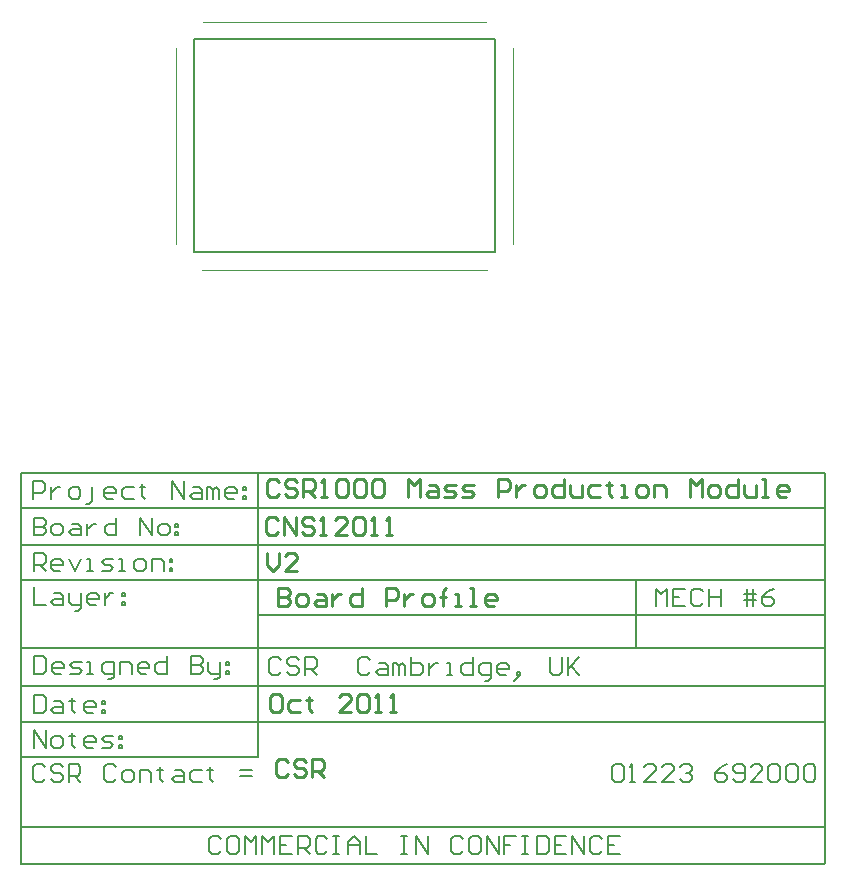
<source format=gm1>
%FSAX44Y44*%
%MOMM*%
G71*
G01*
G75*
G04 Layer_Color=16711935*
%ADD10R,0.6000X1.9000*%
%ADD11R,0.3500X0.5000*%
%ADD12R,0.5000X0.3500*%
%ADD13R,3.2000X3.2000*%
%ADD14R,1.4000X1.1000*%
%ADD15R,0.6000X1.2000*%
%ADD16R,1.3000X2.1000*%
%ADD17R,1.0000X1.2000*%
%ADD18R,0.5000X0.5000*%
%ADD19C,1.0000*%
%ADD20R,0.5000X0.5000*%
%ADD21C,0.2600*%
%ADD22C,0.2000*%
%ADD23C,0.1500*%
%ADD24C,0.4500*%
%ADD25C,0.3500*%
%ADD26C,0.1250*%
%ADD27C,0.4000*%
%ADD28C,0.2540*%
%ADD29C,0.3000*%
%ADD30C,0.5000*%
%ADD31C,0.0000*%
%ADD32C,0.1000*%
%ADD33R,1.0000X1.0000*%
%ADD34C,0.3000*%
%ADD35R,1.0000X1.0000*%
%ADD36C,3.0000*%
%ADD37C,0.6000*%
%ADD38C,0.0142*%
%ADD39C,0.0203*%
%ADD40C,0.0081*%
%ADD41R,8.0500X2.8750*%
%ADD42R,7.5500X1.0250*%
%ADD43R,0.7500X2.0500*%
%ADD44R,0.5100X0.6600*%
%ADD45R,0.6600X0.5100*%
%ADD46R,3.3600X3.3600*%
%ADD47R,1.5500X1.2500*%
%ADD48R,0.7600X1.3600*%
%ADD49R,1.4500X2.2500*%
%ADD50R,1.1500X1.3500*%
%ADD51R,0.6500X0.6500*%
%ADD52C,2.0000*%
%ADD53R,0.6500X0.6500*%
%ADD54R,1.1600X1.1600*%
%ADD55C,0.4500*%
%ADD56R,1.1600X1.1600*%
%ADD57C,3.1600*%
%ADD58C,0.7600*%
%ADD59C,1.1600*%
%ADD60R,8.0750X6.6000*%
%ADD61C,1.1500*%
D22*
X00967940Y00282760D02*
Y00432640D01*
X00287837Y00282569D02*
X00967836D01*
X00807837Y00465498D02*
Y00522569D01*
X00487940Y00493569D02*
X00761837D01*
X00487940Y00405173D02*
Y00432640D01*
X00287940Y00416569D02*
Y00432640D01*
X00757836Y00493569D02*
X00967940D01*
X00287837Y00372569D02*
X00487836D01*
X00287940Y00282760D02*
Y00416569D01*
Y00613760D02*
X00967940Y00613640D01*
X00287940Y00552640D02*
X00477940Y00552640D01*
X00287940Y00522640D02*
X00477940D01*
X00287940Y00432640D02*
X00477940D01*
X00287940Y00402640D02*
X00477940D01*
X00487940Y00432640D02*
Y00613760D01*
X00287940Y00432640D02*
Y00613760D01*
X00477940Y00552640D02*
X00967940D01*
X00477940Y00522640D02*
X00967940D01*
X00477940Y00432640D02*
X00967940D01*
X00477940Y00402640D02*
X00967940D01*
Y00432640D02*
Y00613640D01*
X00487940Y00372569D02*
Y00405173D01*
X00287940Y00465569D02*
X00967940D01*
X00287940Y00583569D02*
X00967940D01*
X00287940Y00313569D02*
X00967940D01*
X00456937Y00303256D02*
X00454437Y00305755D01*
X00449439D01*
X00446940Y00303256D01*
Y00293259D01*
X00449439Y00290760D01*
X00454437D01*
X00456937Y00293259D01*
X00469433Y00305755D02*
X00464434D01*
X00461935Y00303256D01*
Y00293259D01*
X00464434Y00290760D01*
X00469433D01*
X00471932Y00293259D01*
Y00303256D01*
X00469433Y00305755D01*
X00476930Y00290760D02*
Y00305755D01*
X00481929Y00300757D01*
X00486927Y00305755D01*
Y00290760D01*
X00491925D02*
Y00305755D01*
X00496924Y00300757D01*
X00501922Y00305755D01*
Y00290760D01*
X00516917Y00305755D02*
X00506921D01*
Y00290760D01*
X00516917D01*
X00506921Y00298258D02*
X00511919D01*
X00521916Y00290760D02*
Y00305755D01*
X00529413D01*
X00531912Y00303256D01*
Y00298258D01*
X00529413Y00295758D01*
X00521916D01*
X00526914D02*
X00531912Y00290760D01*
X00546908Y00303256D02*
X00544408Y00305755D01*
X00539410D01*
X00536911Y00303256D01*
Y00293259D01*
X00539410Y00290760D01*
X00544408D01*
X00546908Y00293259D01*
X00551906Y00305755D02*
X00556904D01*
X00554405D01*
Y00290760D01*
X00551906D01*
X00556904D01*
X00564402D02*
Y00300757D01*
X00569400Y00305755D01*
X00574399Y00300757D01*
Y00290760D01*
Y00298258D01*
X00564402D01*
X00579397Y00305755D02*
Y00290760D01*
X00589394D01*
X00609387Y00305755D02*
X00614386D01*
X00611887D01*
Y00290760D01*
X00609387D01*
X00614386D01*
X00621883D02*
Y00305755D01*
X00631880Y00290760D01*
Y00305755D01*
X00661870Y00303256D02*
X00659371Y00305755D01*
X00654373D01*
X00651874Y00303256D01*
Y00293259D01*
X00654373Y00290760D01*
X00659371D01*
X00661870Y00293259D01*
X00674366Y00305755D02*
X00669368D01*
X00666869Y00303256D01*
Y00293259D01*
X00669368Y00290760D01*
X00674366D01*
X00676865Y00293259D01*
Y00303256D01*
X00674366Y00305755D01*
X00681864Y00290760D02*
Y00305755D01*
X00691861Y00290760D01*
Y00305755D01*
X00706856D02*
X00696859D01*
Y00298258D01*
X00701857D01*
X00696859D01*
Y00290760D01*
X00711854Y00305755D02*
X00716853D01*
X00714353D01*
Y00290760D01*
X00711854D01*
X00716853D01*
X00724350Y00305755D02*
Y00290760D01*
X00731848D01*
X00734347Y00293259D01*
Y00303256D01*
X00731848Y00305755D01*
X00724350D01*
X00749342D02*
X00739345D01*
Y00290760D01*
X00749342D01*
X00739345Y00298258D02*
X00744344D01*
X00754341Y00290760D02*
Y00305755D01*
X00764337Y00290760D01*
Y00305755D01*
X00779332Y00303256D02*
X00776833Y00305755D01*
X00771835D01*
X00769336Y00303256D01*
Y00293259D01*
X00771835Y00290760D01*
X00776833D01*
X00779332Y00293259D01*
X00794327Y00305755D02*
X00784331D01*
Y00290760D01*
X00794327D01*
X00784331Y00298258D02*
X00789329D01*
X00298336Y00380569D02*
Y00395564D01*
X00308333Y00380569D01*
Y00395564D01*
X00315831Y00380569D02*
X00320829D01*
X00323328Y00383068D01*
Y00388067D01*
X00320829Y00390566D01*
X00315831D01*
X00313332Y00388067D01*
Y00383068D01*
X00315831Y00380569D01*
X00330826Y00393065D02*
Y00390566D01*
X00328327D01*
X00333325D01*
X00330826D01*
Y00383068D01*
X00333325Y00380569D01*
X00348320D02*
X00343322D01*
X00340823Y00383068D01*
Y00388067D01*
X00343322Y00390566D01*
X00348320D01*
X00350819Y00388067D01*
Y00385568D01*
X00340823D01*
X00355818Y00380569D02*
X00363315D01*
X00365815Y00383068D01*
X00363315Y00385568D01*
X00358317D01*
X00355818Y00388067D01*
X00358317Y00390566D01*
X00365815D01*
X00370813D02*
X00373312D01*
Y00388067D01*
X00370813D01*
Y00390566D01*
Y00383068D02*
X00373312D01*
Y00380569D01*
X00370813D01*
Y00383068D01*
X00298336Y00530569D02*
Y00545564D01*
X00305834D01*
X00308333Y00543065D01*
Y00538067D01*
X00305834Y00535568D01*
X00298336D01*
X00303335D02*
X00308333Y00530569D01*
X00320829D02*
X00315831D01*
X00313332Y00533068D01*
Y00538067D01*
X00315831Y00540566D01*
X00320829D01*
X00323328Y00538067D01*
Y00535568D01*
X00313332D01*
X00328327Y00540566D02*
X00333325Y00530569D01*
X00338324Y00540566D01*
X00343322Y00530569D02*
X00348320D01*
X00345821D01*
Y00540566D01*
X00343322D01*
X00355818Y00530569D02*
X00363315D01*
X00365815Y00533068D01*
X00363315Y00535568D01*
X00358317D01*
X00355818Y00538067D01*
X00358317Y00540566D01*
X00365815D01*
X00370813Y00530569D02*
X00375811D01*
X00373312D01*
Y00540566D01*
X00370813D01*
X00385808Y00530569D02*
X00390807D01*
X00393306Y00533068D01*
Y00538067D01*
X00390807Y00540566D01*
X00385808D01*
X00383309Y00538067D01*
Y00533068D01*
X00385808Y00530569D01*
X00398304D02*
Y00540566D01*
X00405802D01*
X00408301Y00538067D01*
Y00530569D01*
X00413299Y00540566D02*
X00415798D01*
Y00538067D01*
X00413299D01*
Y00540566D01*
Y00533068D02*
X00415798D01*
Y00530569D01*
X00413299D01*
Y00533068D01*
X00298336Y00516564D02*
Y00501569D01*
X00308333D01*
X00315831Y00511566D02*
X00320829D01*
X00323328Y00509067D01*
Y00501569D01*
X00315831D01*
X00313332Y00504068D01*
X00315831Y00506567D01*
X00323328D01*
X00328327Y00511566D02*
Y00504068D01*
X00330826Y00501569D01*
X00338324D01*
Y00499070D01*
X00335824Y00496571D01*
X00333325D01*
X00338324Y00501569D02*
Y00511566D01*
X00350819Y00501569D02*
X00345821D01*
X00343322Y00504068D01*
Y00509067D01*
X00345821Y00511566D01*
X00350819D01*
X00353319Y00509067D01*
Y00506567D01*
X00343322D01*
X00358317Y00511566D02*
Y00501569D01*
Y00506567D01*
X00360816Y00509067D01*
X00363315Y00511566D01*
X00365815D01*
X00373312D02*
X00375811D01*
Y00509067D01*
X00373312D01*
Y00511566D01*
Y00504068D02*
X00375811D01*
Y00501569D01*
X00373312D01*
Y00504068D01*
X00298836Y00458564D02*
Y00443569D01*
X00306334D01*
X00308833Y00446068D01*
Y00456065D01*
X00306334Y00458564D01*
X00298836D01*
X00321329Y00443569D02*
X00316331D01*
X00313832Y00446068D01*
Y00451067D01*
X00316331Y00453566D01*
X00321329D01*
X00323828Y00451067D01*
Y00448568D01*
X00313832D01*
X00328827Y00443569D02*
X00336324D01*
X00338824Y00446068D01*
X00336324Y00448568D01*
X00331326D01*
X00328827Y00451067D01*
X00331326Y00453566D01*
X00338824D01*
X00343822Y00443569D02*
X00348820D01*
X00346321D01*
Y00453566D01*
X00343822D01*
X00361316Y00438571D02*
X00363815D01*
X00366315Y00441070D01*
Y00453566D01*
X00358817D01*
X00356318Y00451067D01*
Y00446068D01*
X00358817Y00443569D01*
X00366315D01*
X00371313D02*
Y00453566D01*
X00378811D01*
X00381310Y00451067D01*
Y00443569D01*
X00393806D02*
X00388807D01*
X00386308Y00446068D01*
Y00451067D01*
X00388807Y00453566D01*
X00393806D01*
X00396305Y00451067D01*
Y00448568D01*
X00386308D01*
X00411300Y00458564D02*
Y00443569D01*
X00403802D01*
X00401303Y00446068D01*
Y00451067D01*
X00403802Y00453566D01*
X00411300D01*
X00431293Y00458564D02*
Y00443569D01*
X00438791D01*
X00441290Y00446068D01*
Y00448568D01*
X00438791Y00451067D01*
X00431293D01*
X00438791D01*
X00441290Y00453566D01*
Y00456065D01*
X00438791Y00458564D01*
X00431293D01*
X00446289Y00453566D02*
Y00446068D01*
X00448788Y00443569D01*
X00456285D01*
Y00441070D01*
X00453786Y00438571D01*
X00451287D01*
X00456285Y00443569D02*
Y00453566D01*
X00461284D02*
X00463783D01*
Y00451067D01*
X00461284D01*
Y00453566D01*
Y00446068D02*
X00463783D01*
Y00443569D01*
X00461284D01*
Y00446068D01*
X00298336Y00425564D02*
Y00410569D01*
X00305834D01*
X00308333Y00413068D01*
Y00423065D01*
X00305834Y00425564D01*
X00298336D01*
X00315831Y00420566D02*
X00320829D01*
X00323328Y00418067D01*
Y00410569D01*
X00315831D01*
X00313332Y00413068D01*
X00315831Y00415568D01*
X00323328D01*
X00330826Y00423065D02*
Y00420566D01*
X00328327D01*
X00333325D01*
X00330826D01*
Y00413068D01*
X00333325Y00410569D01*
X00348320D02*
X00343322D01*
X00340823Y00413068D01*
Y00418067D01*
X00343322Y00420566D01*
X00348320D01*
X00350819Y00418067D01*
Y00415568D01*
X00340823D01*
X00355818Y00420566D02*
X00358317D01*
Y00418067D01*
X00355818D01*
Y00420566D01*
Y00413068D02*
X00358317D01*
Y00410569D01*
X00355818D01*
Y00413068D01*
X00507937Y00455136D02*
X00505438Y00457635D01*
X00500439D01*
X00497940Y00455136D01*
Y00445139D01*
X00500439Y00442640D01*
X00505438D01*
X00507937Y00445139D01*
X00522932Y00455136D02*
X00520433Y00457635D01*
X00515434D01*
X00512935Y00455136D01*
Y00452637D01*
X00515434Y00450137D01*
X00520433D01*
X00522932Y00447638D01*
Y00445139D01*
X00520433Y00442640D01*
X00515434D01*
X00512935Y00445139D01*
X00527930Y00442640D02*
Y00457635D01*
X00535428D01*
X00537927Y00455136D01*
Y00450137D01*
X00535428Y00447638D01*
X00527930D01*
X00532929D02*
X00537927Y00442640D01*
X00582912Y00455136D02*
X00580413Y00457635D01*
X00575415D01*
X00572916Y00455136D01*
Y00445139D01*
X00575415Y00442640D01*
X00580413D01*
X00582912Y00445139D01*
X00590410Y00452637D02*
X00595409D01*
X00597908Y00450137D01*
Y00442640D01*
X00590410D01*
X00587911Y00445139D01*
X00590410Y00447638D01*
X00597908D01*
X00602906Y00442640D02*
Y00452637D01*
X00605405D01*
X00607904Y00450137D01*
Y00442640D01*
Y00450137D01*
X00610404Y00452637D01*
X00612903Y00450137D01*
Y00442640D01*
X00617901Y00457635D02*
Y00442640D01*
X00625399D01*
X00627898Y00445139D01*
Y00447638D01*
Y00450137D01*
X00625399Y00452637D01*
X00617901D01*
X00632896D02*
Y00442640D01*
Y00447638D01*
X00635396Y00450137D01*
X00637895Y00452637D01*
X00640394D01*
X00647891Y00442640D02*
X00652890D01*
X00650391D01*
Y00452637D01*
X00647891D01*
X00670384Y00457635D02*
Y00442640D01*
X00662887D01*
X00660387Y00445139D01*
Y00450137D01*
X00662887Y00452637D01*
X00670384D01*
X00680381Y00437641D02*
X00682880D01*
X00685379Y00440141D01*
Y00452637D01*
X00677882D01*
X00675383Y00450137D01*
Y00445139D01*
X00677882Y00442640D01*
X00685379D01*
X00697875D02*
X00692877D01*
X00690378Y00445139D01*
Y00450137D01*
X00692877Y00452637D01*
X00697875D01*
X00700375Y00450137D01*
Y00447638D01*
X00690378D01*
X00707872Y00440141D02*
X00710371Y00442640D01*
Y00445139D01*
X00707872D01*
Y00442640D01*
X00710371D01*
X00707872Y00440141D01*
X00705373Y00437641D01*
X00735363Y00457635D02*
Y00445139D01*
X00737862Y00442640D01*
X00742861D01*
X00745360Y00445139D01*
Y00457635D01*
X00750358D02*
Y00442640D01*
Y00447638D01*
X00760355Y00457635D01*
X00752858Y00450137D01*
X00760355Y00442640D01*
X00824837Y00500569D02*
Y00515564D01*
X00829835Y00510566D01*
X00834834Y00515564D01*
Y00500569D01*
X00849829Y00515564D02*
X00839832D01*
Y00500569D01*
X00849829D01*
X00839832Y00508067D02*
X00844830D01*
X00864824Y00513065D02*
X00862325Y00515564D01*
X00857327D01*
X00854827Y00513065D01*
Y00503068D01*
X00857327Y00500569D01*
X00862325D01*
X00864824Y00503068D01*
X00869822Y00515564D02*
Y00500569D01*
Y00508067D01*
X00879819D01*
Y00515564D01*
Y00500569D01*
X00902312D02*
Y00515564D01*
X00907310D02*
Y00500569D01*
X00899813Y00510566D02*
X00907310D01*
X00909809D01*
X00899813Y00505567D02*
X00909809D01*
X00924805Y00515564D02*
X00919806Y00513065D01*
X00914808Y00508067D01*
Y00503068D01*
X00917307Y00500569D01*
X00922305D01*
X00924805Y00503068D01*
Y00505567D01*
X00922305Y00508067D01*
X00914808D01*
X00298336Y00575564D02*
Y00560569D01*
X00305834D01*
X00308333Y00563068D01*
Y00565568D01*
X00305834Y00568067D01*
X00298336D01*
X00305834D01*
X00308333Y00570566D01*
Y00573065D01*
X00305834Y00575564D01*
X00298336D01*
X00315831Y00560569D02*
X00320829D01*
X00323328Y00563068D01*
Y00568067D01*
X00320829Y00570566D01*
X00315831D01*
X00313332Y00568067D01*
Y00563068D01*
X00315831Y00560569D01*
X00330826Y00570566D02*
X00335824D01*
X00338324Y00568067D01*
Y00560569D01*
X00330826D01*
X00328327Y00563068D01*
X00330826Y00565568D01*
X00338324D01*
X00343322Y00570566D02*
Y00560569D01*
Y00565568D01*
X00345821Y00568067D01*
X00348320Y00570566D01*
X00350819D01*
X00368314Y00575564D02*
Y00560569D01*
X00360816D01*
X00358317Y00563068D01*
Y00568067D01*
X00360816Y00570566D01*
X00368314D01*
X00388307Y00560569D02*
Y00575564D01*
X00398304Y00560569D01*
Y00575564D01*
X00405802Y00560569D02*
X00410800D01*
X00413299Y00563068D01*
Y00568067D01*
X00410800Y00570566D01*
X00405802D01*
X00403302Y00568067D01*
Y00563068D01*
X00405802Y00560569D01*
X00418298Y00570566D02*
X00420797D01*
Y00568067D01*
X00418298D01*
Y00570566D01*
Y00563068D02*
X00420797D01*
Y00560569D01*
X00418298D01*
Y00563068D01*
X00307937Y00364256D02*
X00305438Y00366755D01*
X00300439D01*
X00297940Y00364256D01*
Y00354259D01*
X00300439Y00351760D01*
X00305438D01*
X00307937Y00354259D01*
X00322932Y00364256D02*
X00320433Y00366755D01*
X00315434D01*
X00312935Y00364256D01*
Y00361757D01*
X00315434Y00359258D01*
X00320433D01*
X00322932Y00356758D01*
Y00354259D01*
X00320433Y00351760D01*
X00315434D01*
X00312935Y00354259D01*
X00327930Y00351760D02*
Y00366755D01*
X00335428D01*
X00337927Y00364256D01*
Y00359258D01*
X00335428Y00356758D01*
X00327930D01*
X00332929D02*
X00337927Y00351760D01*
X00367917Y00364256D02*
X00365418Y00366755D01*
X00360420D01*
X00357921Y00364256D01*
Y00354259D01*
X00360420Y00351760D01*
X00365418D01*
X00367917Y00354259D01*
X00375415Y00351760D02*
X00380413D01*
X00382912Y00354259D01*
Y00359258D01*
X00380413Y00361757D01*
X00375415D01*
X00372916Y00359258D01*
Y00354259D01*
X00375415Y00351760D01*
X00387911D02*
Y00361757D01*
X00395408D01*
X00397908Y00359258D01*
Y00351760D01*
X00405405Y00364256D02*
Y00361757D01*
X00402906D01*
X00407904D01*
X00405405D01*
Y00354259D01*
X00407904Y00351760D01*
X00417901Y00361757D02*
X00422900D01*
X00425399Y00359258D01*
Y00351760D01*
X00417901D01*
X00415402Y00354259D01*
X00417901Y00356758D01*
X00425399D01*
X00440394Y00361757D02*
X00432896D01*
X00430397Y00359258D01*
Y00354259D01*
X00432896Y00351760D01*
X00440394D01*
X00447891Y00364256D02*
Y00361757D01*
X00445392D01*
X00450391D01*
X00447891D01*
Y00354259D01*
X00450391Y00351760D01*
X00472883Y00356758D02*
X00482880D01*
X00472883Y00361757D02*
X00482880D01*
X00787781Y00364256D02*
X00790281Y00366755D01*
X00795279D01*
X00797778Y00364256D01*
Y00354259D01*
X00795279Y00351760D01*
X00790281D01*
X00787781Y00354259D01*
Y00364256D01*
X00802776Y00351760D02*
X00807775D01*
X00805276D01*
Y00366755D01*
X00802776Y00364256D01*
X00825269Y00351760D02*
X00815273D01*
X00825269Y00361757D01*
Y00364256D01*
X00822770Y00366755D01*
X00817772D01*
X00815273Y00364256D01*
X00840264Y00351760D02*
X00830268D01*
X00840264Y00361757D01*
Y00364256D01*
X00837765Y00366755D01*
X00832767D01*
X00830268Y00364256D01*
X00845263D02*
X00847762Y00366755D01*
X00852760D01*
X00855259Y00364256D01*
Y00361757D01*
X00852760Y00359258D01*
X00850261D01*
X00852760D01*
X00855259Y00356758D01*
Y00354259D01*
X00852760Y00351760D01*
X00847762D01*
X00845263Y00354259D01*
X00885250Y00366755D02*
X00880251Y00364256D01*
X00875253Y00359258D01*
Y00354259D01*
X00877752Y00351760D01*
X00882751D01*
X00885250Y00354259D01*
Y00356758D01*
X00882751Y00359258D01*
X00875253D01*
X00890248Y00354259D02*
X00892747Y00351760D01*
X00897746D01*
X00900245Y00354259D01*
Y00364256D01*
X00897746Y00366755D01*
X00892747D01*
X00890248Y00364256D01*
Y00361757D01*
X00892747Y00359258D01*
X00900245D01*
X00915240Y00351760D02*
X00905243D01*
X00915240Y00361757D01*
Y00364256D01*
X00912741Y00366755D01*
X00907742D01*
X00905243Y00364256D01*
X00920238D02*
X00922738Y00366755D01*
X00927736D01*
X00930235Y00364256D01*
Y00354259D01*
X00927736Y00351760D01*
X00922738D01*
X00920238Y00354259D01*
Y00364256D01*
X00935234D02*
X00937733Y00366755D01*
X00942731D01*
X00945230Y00364256D01*
Y00354259D01*
X00942731Y00351760D01*
X00937733D01*
X00935234Y00354259D01*
Y00364256D01*
X00950229D02*
X00952728Y00366755D01*
X00957726D01*
X00960226Y00364256D01*
Y00354259D01*
X00957726Y00351760D01*
X00952728D01*
X00950229Y00354259D01*
Y00364256D01*
X00297940Y00591760D02*
Y00606755D01*
X00305438D01*
X00307937Y00604256D01*
Y00599258D01*
X00305438Y00596758D01*
X00297940D01*
X00312935Y00601757D02*
Y00591760D01*
Y00596758D01*
X00315434Y00599258D01*
X00317934Y00601757D01*
X00320433D01*
X00330429Y00591760D02*
X00335428D01*
X00337927Y00594259D01*
Y00599258D01*
X00335428Y00601757D01*
X00330429D01*
X00327930Y00599258D01*
Y00594259D01*
X00330429Y00591760D01*
X00342925Y00586762D02*
X00345425D01*
X00347924Y00589261D01*
Y00601757D01*
X00365418Y00591760D02*
X00360420D01*
X00357921Y00594259D01*
Y00599258D01*
X00360420Y00601757D01*
X00365418D01*
X00367917Y00599258D01*
Y00596758D01*
X00357921D01*
X00382912Y00601757D02*
X00375415D01*
X00372916Y00599258D01*
Y00594259D01*
X00375415Y00591760D01*
X00382912D01*
X00390410Y00604256D02*
Y00601757D01*
X00387911D01*
X00392909D01*
X00390410D01*
Y00594259D01*
X00392909Y00591760D01*
X00415402D02*
Y00606755D01*
X00425399Y00591760D01*
Y00606755D01*
X00432896Y00601757D02*
X00437895D01*
X00440394Y00599258D01*
Y00591760D01*
X00432896D01*
X00430397Y00594259D01*
X00432896Y00596758D01*
X00440394D01*
X00445392Y00591760D02*
Y00601757D01*
X00447891D01*
X00450391Y00599258D01*
Y00591760D01*
Y00599258D01*
X00452890Y00601757D01*
X00455389Y00599258D01*
Y00591760D01*
X00467885D02*
X00462887D01*
X00460387Y00594259D01*
Y00599258D01*
X00462887Y00601757D01*
X00467885D01*
X00470384Y00599258D01*
Y00596758D01*
X00460387D01*
X00475382Y00601757D02*
X00477882D01*
Y00599258D01*
X00475382D01*
Y00601757D01*
Y00594259D02*
X00477882D01*
Y00591760D01*
X00475382D01*
Y00594259D01*
D23*
X00434140Y00800600D02*
Y00980600D01*
X00689140D01*
Y00800600D02*
Y00980600D01*
X00434140Y00800600D02*
X00689140D01*
X00434140D02*
Y00980600D01*
X00689140D01*
Y00800600D02*
Y00980600D01*
X00434140Y00800600D02*
X00689140D01*
D28*
X00505070Y00516085D02*
Y00500850D01*
X00512687D01*
X00515227Y00503389D01*
Y00505928D01*
X00512687Y00508467D01*
X00505070D01*
X00512687D01*
X00515227Y00511007D01*
Y00513546D01*
X00512687Y00516085D01*
X00505070D01*
X00522844Y00500850D02*
X00527923D01*
X00530462Y00503389D01*
Y00508467D01*
X00527923Y00511007D01*
X00522844D01*
X00520305Y00508467D01*
Y00503389D01*
X00522844Y00500850D01*
X00538079Y00511007D02*
X00543158D01*
X00545697Y00508467D01*
Y00500850D01*
X00538079D01*
X00535540Y00503389D01*
X00538079Y00505928D01*
X00545697D01*
X00550775Y00511007D02*
Y00500850D01*
Y00505928D01*
X00553314Y00508467D01*
X00555854Y00511007D01*
X00558393D01*
X00576167Y00516085D02*
Y00500850D01*
X00568549D01*
X00566010Y00503389D01*
Y00508467D01*
X00568549Y00511007D01*
X00576167D01*
X00596480Y00500850D02*
Y00516085D01*
X00604098D01*
X00606637Y00513546D01*
Y00508467D01*
X00604098Y00505928D01*
X00596480D01*
X00611716Y00511007D02*
Y00500850D01*
Y00505928D01*
X00614255Y00508467D01*
X00616794Y00511007D01*
X00619333D01*
X00629490Y00500850D02*
X00634568D01*
X00637107Y00503389D01*
Y00508467D01*
X00634568Y00511007D01*
X00629490D01*
X00626951Y00508467D01*
Y00503389D01*
X00629490Y00500850D01*
X00644725D02*
Y00513546D01*
Y00508467D01*
X00642186D01*
X00647264D01*
X00644725D01*
Y00513546D01*
X00647264Y00516085D01*
X00654882Y00500850D02*
X00659960D01*
X00657421D01*
Y00511007D01*
X00654882D01*
X00667577Y00500850D02*
X00672656D01*
X00670117D01*
Y00516085D01*
X00667577D01*
X00687891Y00500850D02*
X00682812D01*
X00680273Y00503389D01*
Y00508467D01*
X00682812Y00511007D01*
X00687891D01*
X00690430Y00508467D01*
Y00505928D01*
X00680273D01*
X00505070Y00516085D02*
Y00500850D01*
X00512687D01*
X00515227Y00503389D01*
Y00505928D01*
X00512687Y00508467D01*
X00505070D01*
X00512687D01*
X00515227Y00511007D01*
Y00513546D01*
X00512687Y00516085D01*
X00505070D01*
X00522844Y00500850D02*
X00527923D01*
X00530462Y00503389D01*
Y00508467D01*
X00527923Y00511007D01*
X00522844D01*
X00520305Y00508467D01*
Y00503389D01*
X00522844Y00500850D01*
X00538079Y00511007D02*
X00543158D01*
X00545697Y00508467D01*
Y00500850D01*
X00538079D01*
X00535540Y00503389D01*
X00538079Y00505928D01*
X00545697D01*
X00550775Y00511007D02*
Y00500850D01*
Y00505928D01*
X00553314Y00508467D01*
X00555854Y00511007D01*
X00558393D01*
X00576167Y00516085D02*
Y00500850D01*
X00568549D01*
X00566010Y00503389D01*
Y00508467D01*
X00568549Y00511007D01*
X00576167D01*
X00596480Y00500850D02*
Y00516085D01*
X00604098D01*
X00606637Y00513546D01*
Y00508467D01*
X00604098Y00505928D01*
X00596480D01*
X00611716Y00511007D02*
Y00500850D01*
Y00505928D01*
X00614255Y00508467D01*
X00616794Y00511007D01*
X00619333D01*
X00629490Y00500850D02*
X00634568D01*
X00637107Y00503389D01*
Y00508467D01*
X00634568Y00511007D01*
X00629490D01*
X00626951Y00508467D01*
Y00503389D01*
X00629490Y00500850D01*
X00644725D02*
Y00513546D01*
Y00508467D01*
X00642186D01*
X00647264D01*
X00644725D01*
Y00513546D01*
X00647264Y00516085D01*
X00654882Y00500850D02*
X00659960D01*
X00657421D01*
Y00511007D01*
X00654882D01*
X00667577Y00500850D02*
X00672656D01*
X00670117D01*
Y00516085D01*
X00667577D01*
X00687891Y00500850D02*
X00682812D01*
X00680273Y00503389D01*
Y00508467D01*
X00682812Y00511007D01*
X00687891D01*
X00690430Y00508467D01*
Y00505928D01*
X00680273D01*
X00506097Y00605456D02*
X00503558Y00607995D01*
X00498479D01*
X00495940Y00605456D01*
Y00595299D01*
X00498479Y00592760D01*
X00503558D01*
X00506097Y00595299D01*
X00521332Y00605456D02*
X00518793Y00607995D01*
X00513714D01*
X00511175Y00605456D01*
Y00602917D01*
X00513714Y00600378D01*
X00518793D01*
X00521332Y00597838D01*
Y00595299D01*
X00518793Y00592760D01*
X00513714D01*
X00511175Y00595299D01*
X00526410Y00592760D02*
Y00607995D01*
X00534028D01*
X00536567Y00605456D01*
Y00600378D01*
X00534028Y00597838D01*
X00526410D01*
X00531488D02*
X00536567Y00592760D01*
X00541645D02*
X00546724D01*
X00544184D01*
Y00607995D01*
X00541645Y00605456D01*
X00554341D02*
X00556880Y00607995D01*
X00561959D01*
X00564498Y00605456D01*
Y00595299D01*
X00561959Y00592760D01*
X00556880D01*
X00554341Y00595299D01*
Y00605456D01*
X00569576D02*
X00572115Y00607995D01*
X00577194D01*
X00579733Y00605456D01*
Y00595299D01*
X00577194Y00592760D01*
X00572115D01*
X00569576Y00595299D01*
Y00605456D01*
X00584811D02*
X00587350Y00607995D01*
X00592429D01*
X00594968Y00605456D01*
Y00595299D01*
X00592429Y00592760D01*
X00587350D01*
X00584811Y00595299D01*
Y00605456D01*
X00615281Y00592760D02*
Y00607995D01*
X00620360Y00602917D01*
X00625438Y00607995D01*
Y00592760D01*
X00633056Y00602917D02*
X00638134D01*
X00640673Y00600378D01*
Y00592760D01*
X00633056D01*
X00630517Y00595299D01*
X00633056Y00597838D01*
X00640673D01*
X00645751Y00592760D02*
X00653369D01*
X00655908Y00595299D01*
X00653369Y00597838D01*
X00648291D01*
X00645751Y00600378D01*
X00648291Y00602917D01*
X00655908D01*
X00660987Y00592760D02*
X00668604D01*
X00671143Y00595299D01*
X00668604Y00597838D01*
X00663526D01*
X00660987Y00600378D01*
X00663526Y00602917D01*
X00671143D01*
X00691457Y00592760D02*
Y00607995D01*
X00699074D01*
X00701613Y00605456D01*
Y00600378D01*
X00699074Y00597838D01*
X00691457D01*
X00706692Y00602917D02*
Y00592760D01*
Y00597838D01*
X00709231Y00600378D01*
X00711770Y00602917D01*
X00714309D01*
X00724466Y00592760D02*
X00729544D01*
X00732084Y00595299D01*
Y00600378D01*
X00729544Y00602917D01*
X00724466D01*
X00721927Y00600378D01*
Y00595299D01*
X00724466Y00592760D01*
X00747319Y00607995D02*
Y00592760D01*
X00739701D01*
X00737162Y00595299D01*
Y00600378D01*
X00739701Y00602917D01*
X00747319D01*
X00752397D02*
Y00595299D01*
X00754936Y00592760D01*
X00762554D01*
Y00602917D01*
X00777789D02*
X00770171D01*
X00767632Y00600378D01*
Y00595299D01*
X00770171Y00592760D01*
X00777789D01*
X00785406Y00605456D02*
Y00602917D01*
X00782867D01*
X00787945D01*
X00785406D01*
Y00595299D01*
X00787945Y00592760D01*
X00795563D02*
X00800641D01*
X00798102D01*
Y00602917D01*
X00795563D01*
X00810798Y00592760D02*
X00815876D01*
X00818416Y00595299D01*
Y00600378D01*
X00815876Y00602917D01*
X00810798D01*
X00808259Y00600378D01*
Y00595299D01*
X00810798Y00592760D01*
X00823494D02*
Y00602917D01*
X00831112D01*
X00833651Y00600378D01*
Y00592760D01*
X00853964D02*
Y00607995D01*
X00859043Y00602917D01*
X00864121Y00607995D01*
Y00592760D01*
X00871738D02*
X00876817D01*
X00879356Y00595299D01*
Y00600378D01*
X00876817Y00602917D01*
X00871738D01*
X00869199Y00600378D01*
Y00595299D01*
X00871738Y00592760D01*
X00894591Y00607995D02*
Y00592760D01*
X00886973D01*
X00884434Y00595299D01*
Y00600378D01*
X00886973Y00602917D01*
X00894591D01*
X00899669D02*
Y00595299D01*
X00902209Y00592760D01*
X00909826D01*
Y00602917D01*
X00914904Y00592760D02*
X00919983D01*
X00917444D01*
Y00607995D01*
X00914904D01*
X00935218Y00592760D02*
X00930139D01*
X00927600Y00595299D01*
Y00600378D01*
X00930139Y00602917D01*
X00935218D01*
X00937757Y00600378D01*
Y00597838D01*
X00927600D01*
X00505097Y00573706D02*
X00502557Y00576245D01*
X00497479D01*
X00494940Y00573706D01*
Y00563549D01*
X00497479Y00561010D01*
X00502557D01*
X00505097Y00563549D01*
X00510175Y00561010D02*
Y00576245D01*
X00520332Y00561010D01*
Y00576245D01*
X00535567Y00573706D02*
X00533028Y00576245D01*
X00527949D01*
X00525410Y00573706D01*
Y00571167D01*
X00527949Y00568628D01*
X00533028D01*
X00535567Y00566088D01*
Y00563549D01*
X00533028Y00561010D01*
X00527949D01*
X00525410Y00563549D01*
X00540645Y00561010D02*
X00545724D01*
X00543184D01*
Y00576245D01*
X00540645Y00573706D01*
X00563498Y00561010D02*
X00553341D01*
X00563498Y00571167D01*
Y00573706D01*
X00560959Y00576245D01*
X00555880D01*
X00553341Y00573706D01*
X00568576D02*
X00571115Y00576245D01*
X00576194D01*
X00578733Y00573706D01*
Y00563549D01*
X00576194Y00561010D01*
X00571115D01*
X00568576Y00563549D01*
Y00573706D01*
X00583811Y00561010D02*
X00588890D01*
X00586350D01*
Y00576245D01*
X00583811Y00573706D01*
X00596507Y00561010D02*
X00601586D01*
X00599046D01*
Y00576245D01*
X00596507Y00573706D01*
X00495690Y00545495D02*
Y00535338D01*
X00500768Y00530260D01*
X00505847Y00535338D01*
Y00545495D01*
X00521082Y00530260D02*
X00510925D01*
X00521082Y00540417D01*
Y00542956D01*
X00518543Y00545495D01*
X00513464D01*
X00510925Y00542956D01*
X00513847Y00368956D02*
X00511307Y00371495D01*
X00506229D01*
X00503690Y00368956D01*
Y00358799D01*
X00506229Y00356260D01*
X00511307D01*
X00513847Y00358799D01*
X00529082Y00368956D02*
X00526543Y00371495D01*
X00521464D01*
X00518925Y00368956D01*
Y00366417D01*
X00521464Y00363877D01*
X00526543D01*
X00529082Y00361338D01*
Y00358799D01*
X00526543Y00356260D01*
X00521464D01*
X00518925Y00358799D01*
X00534160Y00356260D02*
Y00371495D01*
X00541778D01*
X00544317Y00368956D01*
Y00363877D01*
X00541778Y00361338D01*
X00534160D01*
X00539239D02*
X00544317Y00356260D01*
X00506307Y00426245D02*
X00501229D01*
X00498690Y00423706D01*
Y00413549D01*
X00501229Y00411010D01*
X00506307D01*
X00508847Y00413549D01*
Y00423706D01*
X00506307Y00426245D01*
X00524082Y00421167D02*
X00516464D01*
X00513925Y00418628D01*
Y00413549D01*
X00516464Y00411010D01*
X00524082D01*
X00531699Y00423706D02*
Y00421167D01*
X00529160D01*
X00534239D01*
X00531699D01*
Y00413549D01*
X00534239Y00411010D01*
X00567248D02*
X00557091D01*
X00567248Y00421167D01*
Y00423706D01*
X00564709Y00426245D01*
X00559630D01*
X00557091Y00423706D01*
X00572326D02*
X00574865Y00426245D01*
X00579944D01*
X00582483Y00423706D01*
Y00413549D01*
X00579944Y00411010D01*
X00574865D01*
X00572326Y00413549D01*
Y00423706D01*
X00587561Y00411010D02*
X00592640D01*
X00590100D01*
Y00426245D01*
X00587561Y00423706D01*
X00600257Y00411010D02*
X00605336D01*
X00602796D01*
Y00426245D01*
X00600257Y00423706D01*
D31*
X00653980Y00980600D02*
X00674300D01*
X00613980D02*
X00634300D01*
X00513980Y00800600D02*
X00534300D01*
X00573980D02*
X00594300D01*
X00553980D02*
X00574300D01*
X00533980D02*
X00554300D01*
X00593980D02*
X00614300D01*
X00613980D02*
X00634300D01*
X00633980D02*
X00654300D01*
X00653980D02*
X00674300D01*
X00689140Y00820440D02*
Y00840760D01*
Y00840440D02*
Y00860760D01*
Y00860440D02*
Y00880760D01*
Y00880440D02*
Y00900760D01*
Y00900440D02*
Y00920760D01*
Y00920440D02*
Y00940760D01*
Y00940690D02*
Y00961010D01*
X00593980Y00980600D02*
X00614300D01*
X00573980D02*
X00594300D01*
X00653980D02*
X00674300D01*
X00613980D02*
X00634300D01*
X00513980Y00800600D02*
X00534300D01*
X00573980D02*
X00594300D01*
X00553980D02*
X00574300D01*
X00533980D02*
X00554300D01*
X00593980D02*
X00614300D01*
X00613980D02*
X00634300D01*
X00633980D02*
X00654300D01*
X00653980D02*
X00674300D01*
X00689140Y00820440D02*
Y00840760D01*
Y00840440D02*
Y00860760D01*
Y00860440D02*
Y00880760D01*
Y00880440D02*
Y00900760D01*
Y00900440D02*
Y00920760D01*
Y00920440D02*
Y00940760D01*
Y00940690D02*
Y00961010D01*
X00593980Y00980600D02*
X00614300D01*
X00573980D02*
X00594300D01*
D32*
X00441640Y00995600D02*
X00681640D01*
X00703890Y00973350D02*
X00704140Y00807600D01*
X00441140Y00785600D02*
X00682140D01*
X00419140Y00807600D02*
Y00973600D01*
X00441640Y00995600D02*
X00681640D01*
X00703890Y00973350D02*
X00704140Y00807600D01*
X00441140Y00785600D02*
X00682140D01*
X00419140Y00807600D02*
Y00973600D01*
M02*

</source>
